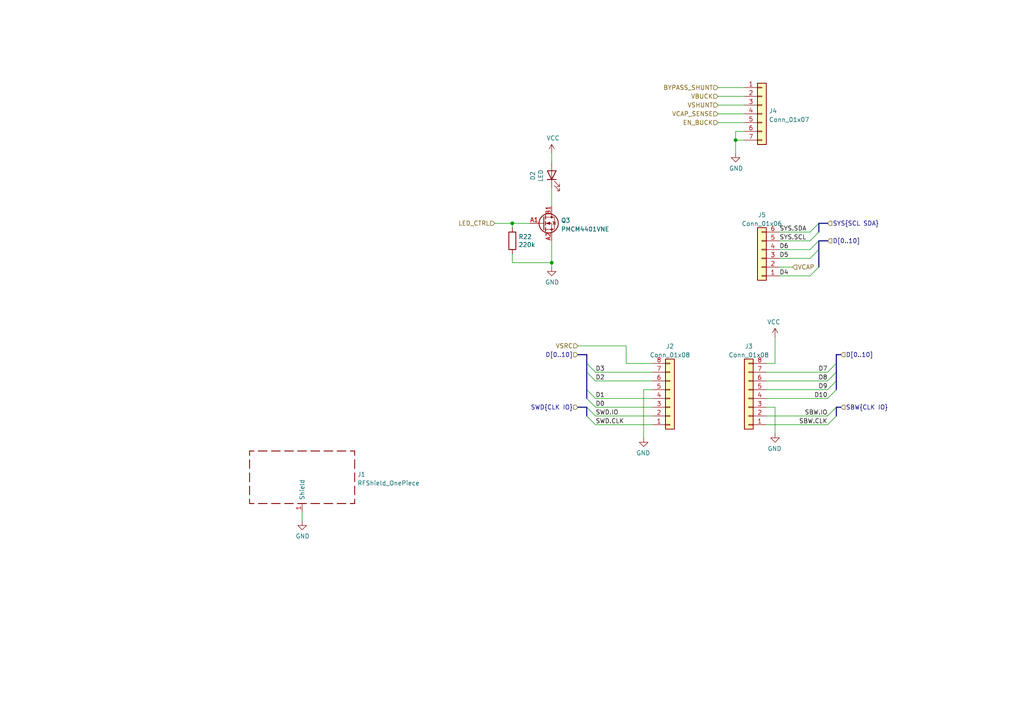
<source format=kicad_sch>
(kicad_sch (version 20231120) (generator "eeschema") (generator_version "8.0")
  (paper "A4")
  (lib_symbols
    (symbol "Connector_Generic:Conn_01x06" (pin_names (offset 1.016) hide)
      (property "Reference" "J" (at 0 7.62 0))
      (property "Value" "Conn_01x06" (at 0 -10.16 0))
      (symbol "Conn_01x06_1_1"
        (rectangle (start -1.27 -7.493) (end 0 -7.747) (stroke (width 0.1524)))
        (rectangle (start -1.27 -4.953) (end 0 -5.207) (stroke (width 0.1524)))
        (rectangle (start -1.27 -2.413) (end 0 -2.667) (stroke (width 0.1524)))
        (rectangle (start -1.27 0.127) (end 0 -0.127) (stroke (width 0.1524)))
        (rectangle (start -1.27 2.667) (end 0 2.413) (stroke (width 0.1524)))
        (rectangle (start -1.27 5.207) (end 0 4.953) (stroke (width 0.1524)))
        (rectangle (start -1.27 6.35) (end 1.27 -8.89) (stroke (width 0.254)) (fill (type background)))
        (pin passive line (at -5.08 5.08 0) (length 3.81) (name "Pin_1") (number "1"))
        (pin passive line (at -5.08 2.54 0) (length 3.81) (name "Pin_2") (number "2"))
        (pin passive line (at -5.08 0 0) (length 3.81) (name "Pin_3") (number "3"))
        (pin passive line (at -5.08 -2.54 0) (length 3.81) (name "Pin_4") (number "4"))
        (pin passive line (at -5.08 -5.08 0) (length 3.81) (name "Pin_5") (number "5"))
        (pin passive line (at -5.08 -7.62 0) (length 3.81) (name "Pin_6") (number "6"))
      )
    )
    (symbol "Connector_Generic:Conn_01x07" (pin_names (offset 1.016) hide)
      (property "Reference" "J" (at 0 10.16 0))
      (property "Value" "Conn_01x07" (at 0 -10.16 0))
      (symbol "Conn_01x07_1_1"
        (rectangle (start -1.27 -7.493) (end 0 -7.747) (stroke (width 0.1524)))
        (rectangle (start -1.27 -4.953) (end 0 -5.207) (stroke (width 0.1524)))
        (rectangle (start -1.27 -2.413) (end 0 -2.667) (stroke (width 0.1524)))
        (rectangle (start -1.27 0.127) (end 0 -0.127) (stroke (width 0.1524)))
        (rectangle (start -1.27 2.667) (end 0 2.413) (stroke (width 0.1524)))
        (rectangle (start -1.27 5.207) (end 0 4.953) (stroke (width 0.1524)))
        (rectangle (start -1.27 7.747) (end 0 7.493) (stroke (width 0.1524)))
        (rectangle (start -1.27 8.89) (end 1.27 -8.89) (stroke (width 0.254)) (fill (type background)))
        (pin passive line (at -5.08 7.62 0) (length 3.81) (name "Pin_1") (number "1"))
        (pin passive line (at -5.08 5.08 0) (length 3.81) (name "Pin_2") (number "2"))
        (pin passive line (at -5.08 2.54 0) (length 3.81) (name "Pin_3") (number "3"))
        (pin passive line (at -5.08 0 0) (length 3.81) (name "Pin_4") (number "4"))
        (pin passive line (at -5.08 -2.54 0) (length 3.81) (name "Pin_5") (number "5"))
        (pin passive line (at -5.08 -5.08 0) (length 3.81) (name "Pin_6") (number "6"))
        (pin passive line (at -5.08 -7.62 0) (length 3.81) (name "Pin_7") (number "7"))
      )
    )
    (symbol "Connector_Generic:Conn_01x08" (pin_names (offset 1.016) hide)
      (property "Reference" "J" (at 0 10.16 0))
      (property "Value" "Conn_01x08" (at 0 -12.7 0))
      (symbol "Conn_01x08_1_1"
        (rectangle (start -1.27 -10.033) (end 0 -10.287) (stroke (width 0.1524)))
        (rectangle (start -1.27 -7.493) (end 0 -7.747) (stroke (width 0.1524)))
        (rectangle (start -1.27 -4.953) (end 0 -5.207) (stroke (width 0.1524)))
        (rectangle (start -1.27 -2.413) (end 0 -2.667) (stroke (width 0.1524)))
        (rectangle (start -1.27 0.127) (end 0 -0.127) (stroke (width 0.1524)))
        (rectangle (start -1.27 2.667) (end 0 2.413) (stroke (width 0.1524)))
        (rectangle (start -1.27 5.207) (end 0 4.953) (stroke (width 0.1524)))
        (rectangle (start -1.27 7.747) (end 0 7.493) (stroke (width 0.1524)))
        (rectangle (start -1.27 8.89) (end 1.27 -11.43) (stroke (width 0.254)) (fill (type background)))
        (pin passive line (at -5.08 7.62 0) (length 3.81) (name "Pin_1") (number "1"))
        (pin passive line (at -5.08 5.08 0) (length 3.81) (name "Pin_2") (number "2"))
        (pin passive line (at -5.08 2.54 0) (length 3.81) (name "Pin_3") (number "3"))
        (pin passive line (at -5.08 0 0) (length 3.81) (name "Pin_4") (number "4"))
        (pin passive line (at -5.08 -2.54 0) (length 3.81) (name "Pin_5") (number "5"))
        (pin passive line (at -5.08 -5.08 0) (length 3.81) (name "Pin_6") (number "6"))
        (pin passive line (at -5.08 -7.62 0) (length 3.81) (name "Pin_7") (number "7"))
        (pin passive line (at -5.08 -10.16 0) (length 3.81) (name "Pin_8") (number "8"))
      )
    )
    (symbol "Device:RFShield_OnePiece" (pin_names (offset 1.016))
      (property "Reference" "J" (at 0 5.08 0))
      (property "Value" "RFShield_OnePiece" (at 0 2.54 0))
      (symbol "RFShield_OnePiece_0_1"
        (polyline (pts (xy -15.24 -5.08) (xy -15.24 -2.54)) (stroke (width 0.254)))
        (polyline (pts (xy -15.24 -1.27) (xy -15.24 1.27)) (stroke (width 0.254)))
        (polyline (pts (xy -15.24 2.54) (xy -15.24 5.08)) (stroke (width 0.254)))
        (polyline (pts (xy -12.7 7.62) (xy -10.16 7.62)) (stroke (width 0.254)))
        (polyline (pts (xy -10.16 -7.62) (xy -12.7 -7.62)) (stroke (width 0.254)))
        (polyline (pts (xy -6.35 -7.62) (xy -8.89 -7.62)) (stroke (width 0.254)))
        (polyline (pts (xy -6.35 7.62) (xy -8.89 7.62)) (stroke (width 0.254)))
        (polyline (pts (xy -2.54 -7.62) (xy -5.08 -7.62)) (stroke (width 0.254)))
        (polyline (pts (xy -2.54 7.62) (xy -5.08 7.62)) (stroke (width 0.254)))
        (polyline (pts (xy -1.27 -7.62) (xy 1.27 -7.62)) (stroke (width 0.254)))
        (polyline (pts (xy 1.27 7.62) (xy -1.27 7.62)) (stroke (width 0.254)))
        (polyline (pts (xy 2.54 -7.62) (xy 5.08 -7.62)) (stroke (width 0.254)))
        (polyline (pts (xy 5.08 7.62) (xy 2.54 7.62)) (stroke (width 0.254)))
        (polyline (pts (xy 6.35 -7.62) (xy 8.89 -7.62)) (stroke (width 0.254)))
        (polyline (pts (xy 8.89 7.62) (xy 6.35 7.62)) (stroke (width 0.254)))
        (polyline (pts (xy 10.16 -7.62) (xy 12.7 -7.62)) (stroke (width 0.254)))
        (polyline (pts (xy 12.7 7.62) (xy 10.16 7.62)) (stroke (width 0.254)))
        (polyline (pts (xy 15.24 -5.08) (xy 15.24 -2.54)) (stroke (width 0.254)))
        (polyline (pts (xy 15.24 -1.27) (xy 15.24 1.27)) (stroke (width 0.254)))
        (polyline (pts (xy 15.24 2.54) (xy 15.24 5.08)) (stroke (width 0.254)))
        (polyline (pts (xy -15.24 6.35) (xy -15.24 7.62) (xy -13.97 7.62)) (stroke (width 0.254)))
        (polyline (pts (xy -13.97 -7.62) (xy -15.24 -7.62) (xy -15.24 -6.35)) (stroke (width 0.254)))
        (polyline (pts (xy 13.97 -7.62) (xy 15.24 -7.62) (xy 15.24 -6.35)) (stroke (width 0.254)))
        (polyline (pts (xy 15.24 6.35) (xy 15.24 7.62) (xy 13.97 7.62)) (stroke (width 0.254)))
      )
      (symbol "RFShield_OnePiece_1_1"
        (pin passive line (at 0 -10.16 90) (length 2.54) (name "Shield") (number "1"))
      )
    )
    (symbol "Riotee:GND" (power) (pin_names (offset 0))
      (property "Value" "GND" (at 0 -3.81 0))
      (symbol "GND_0_1"
        (polyline (pts (xy 0 0) (xy 0 -1.27) (xy 1.27 -1.27) (xy 0 -2.54) (xy -1.27 -1.27) (xy 0 -1.27)))
      )
      (symbol "GND_1_1"
        (pin power_in line (at 0 0 270) (length 0) hide (name "GND") (number "1"))
      )
    )
    (symbol "Riotee:LED" (pin_numbers hide) (pin_names (offset 1.016) hide)
      (property "Reference" "D" (at 0 2.54 0))
      (property "Value" "LED" (at 0 -2.54 0))
      (symbol "LED_0_1"
        (polyline (pts (xy -1.27 -1.27) (xy -1.27 1.27)) (stroke (width 0.254)))
        (polyline (pts (xy -1.27 0) (xy 1.27 0)))
        (polyline (pts (xy 1.27 -1.27) (xy 1.27 1.27) (xy -1.27 0) (xy 1.27 -1.27)) (stroke (width 0.254)))
        (polyline (pts (xy -3.048 -0.762) (xy -4.572 -2.286) (xy -3.81 -2.286) (xy -4.572 -2.286) (xy -4.572 -1.524)))
        (polyline (pts (xy -1.778 -0.762) (xy -3.302 -2.286) (xy -2.54 -2.286) (xy -3.302 -2.286) (xy -3.302 -1.524)))
      )
      (symbol "LED_1_1"
        (pin passive line (at -3.81 0 0) (length 2.54) (name "K") (number "1"))
        (pin passive line (at 3.81 0 180) (length 2.54) (name "A") (number "2"))
      )
    )
    (symbol "Riotee:PMCM4401VNE" (pin_names (offset 0) hide)
      (property "Reference" "Q" (at 5.08 1.27 0))
      (property "Value" "PMCM4401VNE" (at 5.08 -1.27 0))
      (symbol "PMCM4401VNE_0_1"
        (polyline (pts (xy 0.254 0) (xy -1.27 0)))
        (polyline (pts (xy 0.254 1.905) (xy 0.254 -1.905)) (stroke (width 0.254)))
        (polyline (pts (xy 0.762 -1.27) (xy 0.762 -2.286)) (stroke (width 0.254)))
        (polyline (pts (xy 0.762 0.508) (xy 0.762 -0.508)) (stroke (width 0.254)))
        (polyline (pts (xy 0.762 2.286) (xy 0.762 1.27)) (stroke (width 0.254)))
        (polyline (pts (xy 2.54 2.54) (xy 2.54 1.778)))
        (polyline (pts (xy 2.54 -2.54) (xy 2.54 0) (xy 0.762 0)))
        (polyline (pts (xy 0.762 -1.778) (xy 3.302 -1.778) (xy 3.302 1.778) (xy 0.762 1.778)))
        (polyline (pts (xy 1.016 0) (xy 2.032 0.381) (xy 2.032 -0.381) (xy 1.016 0)) (fill (type outline)))
        (polyline (pts (xy 2.794 0.508) (xy 2.921 0.381) (xy 3.683 0.381) (xy 3.81 0.254)))
        (polyline (pts (xy 3.302 0.381) (xy 2.921 -0.254) (xy 3.683 -0.254) (xy 3.302 0.381)))
        (circle (center 1.651 0) (radius 2.794) (stroke (width 0.254)))
        (circle (center 2.54 -1.778) (radius 0.254) (fill (type outline)))
        (circle (center 2.54 1.778) (radius 0.254) (fill (type outline)))
      )
      (symbol "PMCM4401VNE_1_1"
        (pin input line (at -3.81 0 0) (length 2.54) (name "G") (number "A1"))
        (pin passive line (at 2.54 -5.08 90) (length 2.54) (name "S") (number "A2"))
        (pin passive line (at 2.54 5.08 270) (length 2.54) (name "D") (number "B1"))
      )
    )
    (symbol "Riotee:R" (pin_numbers hide) (pin_names (offset 0))
      (property "Reference" "R" (at 2.032 0 90))
      (property "Value" "R" (at 0 0 90))
      (symbol "R_0_1"
        (rectangle (start -1.016 -2.54) (end 1.016 2.54) (stroke (width 0.254)))
      )
      (symbol "R_1_1"
        (pin passive line (at 0 3.81 270) (length 1.27) (name "~") (number "1"))
        (pin passive line (at 0 -3.81 90) (length 1.27) (name "~") (number "2"))
      )
    )
    (symbol "Riotee:VCC" (power) (pin_names (offset 0))
      (property "Value" "VCC" (at 0 3.81 0))
      (symbol "VCC_0_1"
        (polyline (pts (xy -0.762 1.27) (xy 0 2.54)))
        (polyline (pts (xy 0 0) (xy 0 2.54)))
        (polyline (pts (xy 0 2.54) (xy 0.762 1.27)))
      )
      (symbol "VCC_1_1"
        (pin power_in line (at 0 0 90) (length 0) hide (name "VCC") (number "1"))
      )
    )
  )
  (junction (at 160.02 76.2))
  (junction (at 148.59 64.77))
  (junction (at 213.36 40.64))
  (bus_entry (at 237.49 72.39) (size -2.54 2.54))
  (bus_entry (at 170.18 115.57) (size 2.54 2.54))
  (bus_entry (at 237.49 67.31) (size -2.54 2.54))
  (bus_entry (at 237.49 64.77) (size -2.54 2.54))
  (bus_entry (at 242.57 118.11) (size -2.54 2.54))
  (bus_entry (at 170.18 107.95) (size 2.54 2.54))
  (bus_entry (at 170.18 105.41) (size 2.54 2.54))
  (bus_entry (at 242.57 120.65) (size -2.54 2.54))
  (bus_entry (at 242.57 110.49) (size -2.54 2.54))
  (bus_entry (at 237.49 69.85) (size -2.54 2.54))
  (bus_entry (at 237.49 77.47) (size -2.54 2.54))
  (bus_entry (at 170.18 118.11) (size 2.54 2.54))
  (bus_entry (at 170.18 113.03) (size 2.54 2.54))
  (bus_entry (at 242.57 105.41) (size -2.54 2.54))
  (bus_entry (at 242.57 107.95) (size -2.54 2.54))
  (bus_entry (at 170.18 120.65) (size 2.54 2.54))
  (bus_entry (at 242.57 113.03) (size -2.54 2.54))
  (bus (pts (xy 170.18 105.41) (xy 170.18 107.95)))
  (wire (pts (xy 181.61 105.41) (xy 189.23 105.41)))
  (wire (pts (xy 224.79 105.41) (xy 222.25 105.41)))
  (wire (pts (xy 222.25 113.03) (xy 240.03 113.03)))
  (wire (pts (xy 226.06 69.85) (xy 234.95 69.85)))
  (wire (pts (xy 143.51 64.77) (xy 148.59 64.77)))
  (bus (pts (xy 243.84 118.11) (xy 242.57 118.11)))
  (wire (pts (xy 226.06 77.47) (xy 229.87 77.47)))
  (wire (pts (xy 148.59 66.04) (xy 148.59 64.77)))
  (wire (pts (xy 226.06 74.93) (xy 234.95 74.93)))
  (bus (pts (xy 237.49 69.85) (xy 237.49 72.39)))
  (wire (pts (xy 213.36 44.45) (xy 213.36 40.64)))
  (wire (pts (xy 208.28 30.48) (xy 215.9 30.48)))
  (wire (pts (xy 213.36 40.64) (xy 215.9 40.64)))
  (wire (pts (xy 186.69 127) (xy 186.69 113.03)))
  (wire (pts (xy 226.06 67.31) (xy 234.95 67.31)))
  (wire (pts (xy 208.28 25.4) (xy 215.9 25.4)))
  (bus (pts (xy 170.18 102.87) (xy 170.18 105.41)))
  (bus (pts (xy 242.57 105.41) (xy 242.57 107.95)))
  (wire (pts (xy 224.79 125.73) (xy 224.79 118.11)))
  (wire (pts (xy 189.23 107.95) (xy 172.72 107.95)))
  (wire (pts (xy 189.23 110.49) (xy 172.72 110.49)))
  (wire (pts (xy 222.25 110.49) (xy 240.03 110.49)))
  (wire (pts (xy 208.28 35.56) (xy 215.9 35.56)))
  (wire (pts (xy 148.59 76.2) (xy 148.59 73.66)))
  (bus (pts (xy 237.49 64.77) (xy 237.49 67.31)))
  (wire (pts (xy 160.02 44.45) (xy 160.02 46.99)))
  (wire (pts (xy 160.02 59.69) (xy 160.02 54.61)))
  (bus (pts (xy 237.49 64.77) (xy 240.03 64.77)))
  (bus (pts (xy 242.57 118.11) (xy 242.57 120.65)))
  (wire (pts (xy 240.03 120.65) (xy 222.25 120.65)))
  (bus (pts (xy 170.18 107.95) (xy 170.18 113.03)))
  (wire (pts (xy 181.61 100.33) (xy 181.61 105.41)))
  (wire (pts (xy 208.28 27.94) (xy 215.9 27.94)))
  (wire (pts (xy 148.59 76.2) (xy 160.02 76.2)))
  (bus (pts (xy 242.57 107.95) (xy 242.57 110.49)))
  (bus (pts (xy 170.18 113.03) (xy 170.18 115.57)))
  (bus (pts (xy 243.84 102.87) (xy 242.57 102.87)))
  (wire (pts (xy 213.36 38.1) (xy 215.9 38.1)))
  (wire (pts (xy 240.03 123.19) (xy 222.25 123.19)))
  (wire (pts (xy 189.23 123.19) (xy 172.72 123.19)))
  (wire (pts (xy 226.06 72.39) (xy 234.95 72.39)))
  (wire (pts (xy 189.23 115.57) (xy 172.72 115.57)))
  (wire (pts (xy 160.02 69.85) (xy 160.02 76.2)))
  (wire (pts (xy 148.59 64.77) (xy 153.67 64.77)))
  (bus (pts (xy 242.57 102.87) (xy 242.57 105.41)))
  (wire (pts (xy 208.28 33.02) (xy 215.9 33.02)))
  (bus (pts (xy 237.49 69.85) (xy 240.03 69.85)))
  (wire (pts (xy 226.06 80.01) (xy 234.95 80.01)))
  (wire (pts (xy 167.64 100.33) (xy 181.61 100.33)))
  (wire (pts (xy 160.02 76.2) (xy 160.02 77.47)))
  (wire (pts (xy 189.23 120.65) (xy 172.72 120.65)))
  (bus (pts (xy 242.57 110.49) (xy 242.57 113.03)))
  (bus (pts (xy 170.18 118.11) (xy 170.18 120.65)))
  (wire (pts (xy 186.69 113.03) (xy 189.23 113.03)))
  (wire (pts (xy 189.23 118.11) (xy 172.72 118.11)))
  (wire (pts (xy 224.79 118.11) (xy 222.25 118.11)))
  (bus (pts (xy 167.64 118.11) (xy 170.18 118.11)))
  (wire (pts (xy 222.25 107.95) (xy 240.03 107.95)))
  (wire (pts (xy 87.63 148.59) (xy 87.63 151.13)))
  (bus (pts (xy 237.49 72.39) (xy 237.49 77.47)))
  (bus (pts (xy 170.18 102.87) (xy 167.64 102.87)))
  (wire (pts (xy 224.79 97.79) (xy 224.79 105.41)))
  (wire (pts (xy 213.36 40.64) (xy 213.36 38.1)))
  (wire (pts (xy 222.25 115.57) (xy 240.03 115.57)))
  (label "D2" (at 172.72 110.49 0))
  (label "SYS.SDA" (at 226.06 67.31 0))
  (label "D10" (at 240.03 115.57 180))
  (label "D6" (at 226.06 72.39 0))
  (label "SWD.CLK" (at 172.72 123.19 0))
  (label "D7" (at 240.03 107.95 180))
  (label "SWD.IO" (at 172.72 120.65 0))
  (label "SYS.SCL" (at 226.06 69.85 0))
  (label "D5" (at 226.06 74.93 0))
  (label "D4" (at 226.06 80.01 0))
  (label "D8" (at 240.03 110.49 180))
  (label "SBW.IO" (at 240.03 120.65 180))
  (label "SBW.CLK" (at 240.03 123.19 180))
  (label "D3" (at 172.72 107.95 0))
  (label "D9" (at 240.03 113.03 180))
  (label "D0" (at 172.72 118.11 0))
  (label "D1" (at 172.72 115.57 0))
  (hierarchical_label "VCAP" (shape input) (at 229.87 77.47 0))
  (hierarchical_label "VSRC" (shape input) (at 167.64 100.33 180))
  (hierarchical_label "BYPASS_SHUNT" (shape input) (at 208.28 25.4 180))
  (hierarchical_label "SWD{CLK IO}" (shape input) (at 167.64 118.11 180))
  (hierarchical_label "VCAP_SENSE" (shape input) (at 208.28 33.02 180))
  (hierarchical_label "VSHUNT" (shape input) (at 208.28 30.48 180))
  (hierarchical_label "D[0..10]" (shape input) (at 167.64 102.87 180))
  (hierarchical_label "SYS{SCL SDA}" (shape input) (at 240.03 64.77 0))
  (hierarchical_label "SBW{CLK IO}" (shape input) (at 243.84 118.11 0))
  (hierarchical_label "D[0..10]" (shape input) (at 243.84 102.87 0))
  (hierarchical_label "VBUCK" (shape input) (at 208.28 27.94 180))
  (hierarchical_label "EN_BUCK" (shape input) (at 208.28 35.56 180))
  (hierarchical_label "LED_CTRL" (shape input) (at 143.51 64.77 180))
  (hierarchical_label "D[0..10]" (shape input) (at 240.03 69.85 0))
  (symbol (lib_id "Riotee:GND") (at 213.36 44.45 0) (unit 1)
    (property "Reference" "#PWR054" (effects (hide yes)))
    (property "Value" "GND" (at 213.487 48.8442 0))
  )
  (symbol (lib_id "Connector_Generic:Conn_01x07") (at 220.98 33.02 0) (unit 1) (in_bom no)
    (property "Reference" "J4" (at 223.012 32.1853 0) (effects (justify left)))
    (property "Value" "Conn_01x07" (at 223.012 34.7222 0) (effects (justify left)))
    (property "Footprint" "Riotee:BackPads" (effects (hide yes)))
  )
  (symbol (lib_id "Riotee:R") (at 148.59 69.85 0) (unit 1)
    (property "Reference" "R22" (at 150.368 68.6816 0) (effects (justify left)))
    (property "Value" "220k" (at 150.368 70.993 0) (effects (justify left)))
    (property "Footprint" "Riotee:R_0201_0603Metric" (effects (hide yes)))
    (property "Description" "RES SMD 220K OHM 1% 1/20W 0201" (effects (hide yes)))
    (property "MPN" "RC0201FR-07220KL" (effects (hide yes)))
  )
  (symbol (lib_id "Connector_Generic:Conn_01x08") (at 217.17 115.57 180) (unit 1) (in_bom no)
    (property "Reference" "J3" (at 217.17 100.4402 0))
    (property "Value" "Conn_01x08" (at 217.17 102.9771 0))
    (property "Footprint" "Riotee:CastellatedHoles_1x08_P2.54mm_Right" (effects (hide yes)))
  )
  (symbol (lib_id "Riotee:GND") (at 87.63 151.13 0) (unit 1)
    (property "Reference" "#PWR050" (effects (hide yes)))
    (property "Value" "GND" (at 87.757 155.5242 0))
  )
  (symbol (lib_id "Riotee:PMCM4401VNE") (at 157.48 64.77 0) (unit 1)
    (property "Reference" "Q3" (at 162.687 63.9353 0) (effects (justify left)))
    (property "Value" "PMCM4401VNE" (at 162.687 66.4722 0) (effects (justify left)))
    (property "Footprint" "Riotee:NXP_WLCSP4" (effects (hide yes)))
    (property "Datasheet" "https://assets.nexperia.com/documents/data-sheet/PMCM4401VNE.pdf" (effects (hide yes)))
    (property "Description" "MOSFET N-CH 12V 4.7A 4WLCSP" (effects (hide yes)))
    (property "MPN" "PMCM4401VNEAZ" (effects (hide yes)))
  )
  (symbol (lib_id "Connector_Generic:Conn_01x08") (at 194.31 115.57 0) (mirror x) (unit 1) (in_bom no)
    (property "Reference" "J2" (at 194.31 100.4402 0))
    (property "Value" "Conn_01x08" (at 194.31 102.9771 0))
    (property "Footprint" "Riotee:CastellatedHoles_1x08_P2.54mm_Left" (effects (hide yes)))
  )
  (symbol (lib_id "Riotee:GND") (at 160.02 77.47 0) (unit 1)
    (property "Reference" "#PWR052" (effects (hide yes)))
    (property "Value" "GND" (at 160.147 81.8642 0))
  )
  (symbol (lib_id "Device:RFShield_OnePiece") (at 87.63 138.43 0) (unit 1)
    (property "Reference" "J1" (at 103.632 137.5953 0) (effects (justify left)))
    (property "Value" "RFShield_OnePiece" (at 103.632 140.1322 0) (effects (justify left)))
    (property "Footprint" "Riotee:EMI_SHIELD_CSTM" (effects (hide yes)))
    (property "Description" "Custom EMI shield" (effects (hide yes)))
  )
  (symbol (lib_id "Riotee:GND") (at 224.79 125.73 0) (mirror y) (unit 1)
    (property "Reference" "#PWR056" (effects (hide yes)))
    (property "Value" "GND" (at 224.663 130.1242 0))
  )
  (symbol (lib_id "Connector_Generic:Conn_01x06") (at 220.98 74.93 180) (unit 1) (in_bom no)
    (property "Reference" "J5" (at 220.98 62.3402 0))
    (property "Value" "Conn_01x06" (at 220.98 64.8771 0))
    (property "Footprint" "Riotee:CastellatedHoles_1x06_P2.54mm" (effects (hide yes)))
  )
  (symbol (lib_id "Riotee:LED") (at 160.02 50.8 90) (unit 1)
    (property "Reference" "D2" (at 154.5082 50.9778 0))
    (property "Value" "LED" (at 156.8196 50.9778 0))
    (property "Footprint" "Riotee:LED_0402_1005Metric" (effects (hide yes)))
    (property "Description" "SMD LED 0402 RED 625NM" (effects (hide yes)))
    (property "MPN" "5988A20107F" (effects (hide yes)))
  )
  (symbol (lib_id "Riotee:VCC") (at 160.02 44.45 0) (unit 1)
    (property "Reference" "#PWR051" (effects (hide yes)))
    (property "Value" "VCC" (at 160.401 40.0558 0))
  )
  (symbol (lib_id "Riotee:VCC") (at 224.79 97.79 0) (mirror y) (unit 1)
    (property "Reference" "#PWR055" (effects (hide yes)))
    (property "Value" "VCC" (at 224.409 93.3958 0))
  )
  (symbol (lib_id "Riotee:GND") (at 186.69 127 0) (mirror y) (unit 1)
    (property "Reference" "#PWR053" (effects (hide yes)))
    (property "Value" "GND" (at 186.563 131.3942 0))
  )
)
</source>
